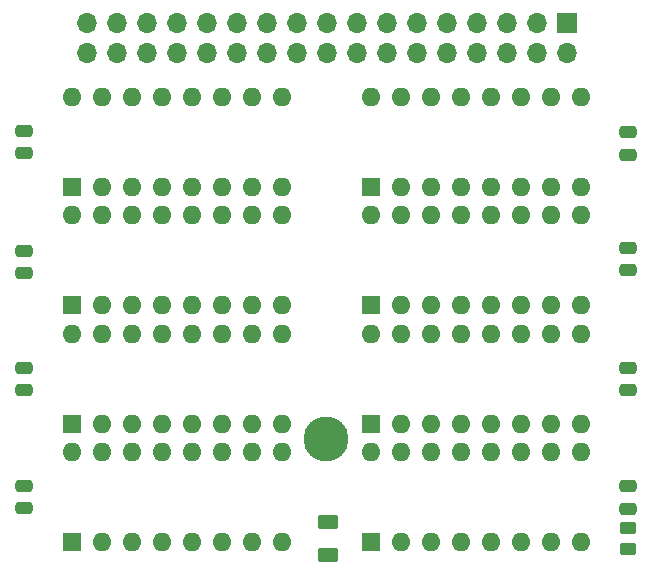
<source format=gbr>
%TF.GenerationSoftware,KiCad,Pcbnew,(6.0.7)*%
%TF.CreationDate,2023-01-24T22:55:54+00:00*%
%TF.ProjectId,CPC464-2MINICAS1,43504334-3634-42d3-924d-494e49434153,rev?*%
%TF.SameCoordinates,Original*%
%TF.FileFunction,Soldermask,Top*%
%TF.FilePolarity,Negative*%
%FSLAX46Y46*%
G04 Gerber Fmt 4.6, Leading zero omitted, Abs format (unit mm)*
G04 Created by KiCad (PCBNEW (6.0.7)) date 2023-01-24 22:55:54*
%MOMM*%
%LPD*%
G01*
G04 APERTURE LIST*
G04 Aperture macros list*
%AMRoundRect*
0 Rectangle with rounded corners*
0 $1 Rounding radius*
0 $2 $3 $4 $5 $6 $7 $8 $9 X,Y pos of 4 corners*
0 Add a 4 corners polygon primitive as box body*
4,1,4,$2,$3,$4,$5,$6,$7,$8,$9,$2,$3,0*
0 Add four circle primitives for the rounded corners*
1,1,$1+$1,$2,$3*
1,1,$1+$1,$4,$5*
1,1,$1+$1,$6,$7*
1,1,$1+$1,$8,$9*
0 Add four rect primitives between the rounded corners*
20,1,$1+$1,$2,$3,$4,$5,0*
20,1,$1+$1,$4,$5,$6,$7,0*
20,1,$1+$1,$6,$7,$8,$9,0*
20,1,$1+$1,$8,$9,$2,$3,0*%
G04 Aperture macros list end*
%ADD10RoundRect,0.250000X0.475000X-0.250000X0.475000X0.250000X-0.475000X0.250000X-0.475000X-0.250000X0*%
%ADD11R,1.600000X1.600000*%
%ADD12O,1.600000X1.600000*%
%ADD13C,3.800000*%
%ADD14R,1.700000X1.700000*%
%ADD15O,1.700000X1.700000*%
%ADD16RoundRect,0.250000X-0.450000X0.262500X-0.450000X-0.262500X0.450000X-0.262500X0.450000X0.262500X0*%
%ADD17RoundRect,0.250000X-0.625000X0.375000X-0.625000X-0.375000X0.625000X-0.375000X0.625000X0.375000X0*%
G04 APERTURE END LIST*
D10*
%TO.C,C708*%
X85329000Y-84485200D03*
X85329000Y-82585200D03*
%TD*%
D11*
%TO.C,IC704*%
X38303200Y-87309800D03*
D12*
X40843200Y-87309800D03*
X43383200Y-87309800D03*
X45923200Y-87309800D03*
X48463200Y-87309800D03*
X51003200Y-87309800D03*
X53543200Y-87309800D03*
X56083200Y-87309800D03*
X56083200Y-79689800D03*
X53543200Y-79689800D03*
X51003200Y-79689800D03*
X48463200Y-79689800D03*
X45923200Y-79689800D03*
X43383200Y-79689800D03*
X40843200Y-79689800D03*
X38303200Y-79689800D03*
%TD*%
D13*
%TO.C,H8*%
X59827400Y-78556800D03*
%TD*%
D11*
%TO.C,IC707*%
X63627000Y-77302200D03*
D12*
X66167000Y-77302200D03*
X68707000Y-77302200D03*
X71247000Y-77302200D03*
X73787000Y-77302200D03*
X76327000Y-77302200D03*
X78867000Y-77302200D03*
X81407000Y-77302200D03*
X81407000Y-69682200D03*
X78867000Y-69682200D03*
X76327000Y-69682200D03*
X73787000Y-69682200D03*
X71247000Y-69682200D03*
X68707000Y-69682200D03*
X66167000Y-69682200D03*
X63627000Y-69682200D03*
%TD*%
D14*
%TO.C,J1200*%
X80217200Y-43398400D03*
D15*
X80217200Y-45938400D03*
X77677200Y-43398400D03*
X77677200Y-45938400D03*
X75137200Y-43398400D03*
X75137200Y-45938400D03*
X72597200Y-43398400D03*
X72597200Y-45938400D03*
X70057200Y-43398400D03*
X70057200Y-45938400D03*
X67517200Y-43398400D03*
X67517200Y-45938400D03*
X64977200Y-43398400D03*
X64977200Y-45938400D03*
X62437200Y-43398400D03*
X62437200Y-45938400D03*
X59897200Y-43398400D03*
X59897200Y-45938400D03*
X57357200Y-43398400D03*
X57357200Y-45938400D03*
X54817200Y-43398400D03*
X54817200Y-45938400D03*
X52277200Y-43398400D03*
X52277200Y-45938400D03*
X49737200Y-43398400D03*
X49737200Y-45938400D03*
X47197200Y-43398400D03*
X47197200Y-45938400D03*
X44657200Y-43398400D03*
X44657200Y-45938400D03*
X42117200Y-43398400D03*
X42117200Y-45938400D03*
X39577200Y-43398400D03*
X39577200Y-45938400D03*
%TD*%
D10*
%TO.C,C703*%
X34239200Y-74436800D03*
X34239200Y-72536800D03*
%TD*%
%TO.C,C705*%
X85329000Y-54513200D03*
X85329000Y-52613200D03*
%TD*%
D11*
%TO.C,IC705*%
X63627000Y-57236200D03*
D12*
X66167000Y-57236200D03*
X68707000Y-57236200D03*
X71247000Y-57236200D03*
X73787000Y-57236200D03*
X76327000Y-57236200D03*
X78867000Y-57236200D03*
X81407000Y-57236200D03*
X81407000Y-49616200D03*
X78867000Y-49616200D03*
X76327000Y-49616200D03*
X73787000Y-49616200D03*
X71247000Y-49616200D03*
X68707000Y-49616200D03*
X66167000Y-49616200D03*
X63627000Y-49616200D03*
%TD*%
D10*
%TO.C,C707*%
X85329000Y-74452200D03*
X85329000Y-72552200D03*
%TD*%
D11*
%TO.C,IC701*%
X38303200Y-57220800D03*
D12*
X40843200Y-57220800D03*
X43383200Y-57220800D03*
X45923200Y-57220800D03*
X48463200Y-57220800D03*
X51003200Y-57220800D03*
X53543200Y-57220800D03*
X56083200Y-57220800D03*
X56083200Y-49600800D03*
X53543200Y-49600800D03*
X51003200Y-49600800D03*
X48463200Y-49600800D03*
X45923200Y-49600800D03*
X43383200Y-49600800D03*
X40843200Y-49600800D03*
X38303200Y-49600800D03*
%TD*%
D11*
%TO.C,IC708*%
X63627000Y-87325200D03*
D12*
X66167000Y-87325200D03*
X68707000Y-87325200D03*
X71247000Y-87325200D03*
X73787000Y-87325200D03*
X76327000Y-87325200D03*
X78867000Y-87325200D03*
X81407000Y-87325200D03*
X81407000Y-79705200D03*
X78867000Y-79705200D03*
X76327000Y-79705200D03*
X73787000Y-79705200D03*
X71247000Y-79705200D03*
X68707000Y-79705200D03*
X66167000Y-79705200D03*
X63627000Y-79705200D03*
%TD*%
D10*
%TO.C,C706*%
X85329000Y-64292200D03*
X85329000Y-62392200D03*
%TD*%
D16*
%TO.C,R1220*%
X85344000Y-86087500D03*
X85344000Y-87912500D03*
%TD*%
D11*
%TO.C,IC706*%
X63627000Y-67259200D03*
D12*
X66167000Y-67259200D03*
X68707000Y-67259200D03*
X71247000Y-67259200D03*
X73787000Y-67259200D03*
X76327000Y-67259200D03*
X78867000Y-67259200D03*
X81407000Y-67259200D03*
X81407000Y-59639200D03*
X78867000Y-59639200D03*
X76327000Y-59639200D03*
X73787000Y-59639200D03*
X71247000Y-59639200D03*
X68707000Y-59639200D03*
X66167000Y-59639200D03*
X63627000Y-59639200D03*
%TD*%
D10*
%TO.C,C701*%
X34239200Y-54370800D03*
X34239200Y-52470800D03*
%TD*%
%TO.C,C702*%
X34239200Y-64530800D03*
X34239200Y-62630800D03*
%TD*%
D11*
%TO.C,IC702*%
X38303200Y-67243800D03*
D12*
X40843200Y-67243800D03*
X43383200Y-67243800D03*
X45923200Y-67243800D03*
X48463200Y-67243800D03*
X51003200Y-67243800D03*
X53543200Y-67243800D03*
X56083200Y-67243800D03*
X56083200Y-59623800D03*
X53543200Y-59623800D03*
X51003200Y-59623800D03*
X48463200Y-59623800D03*
X45923200Y-59623800D03*
X43383200Y-59623800D03*
X40843200Y-59623800D03*
X38303200Y-59623800D03*
%TD*%
D17*
%TO.C,D1220*%
X60000000Y-85600000D03*
X60000000Y-88400000D03*
%TD*%
D10*
%TO.C,C704*%
X34239200Y-84469800D03*
X34239200Y-82569800D03*
%TD*%
D11*
%TO.C,IC703*%
X38303200Y-77286800D03*
D12*
X40843200Y-77286800D03*
X43383200Y-77286800D03*
X45923200Y-77286800D03*
X48463200Y-77286800D03*
X51003200Y-77286800D03*
X53543200Y-77286800D03*
X56083200Y-77286800D03*
X56083200Y-69666800D03*
X53543200Y-69666800D03*
X51003200Y-69666800D03*
X48463200Y-69666800D03*
X45923200Y-69666800D03*
X43383200Y-69666800D03*
X40843200Y-69666800D03*
X38303200Y-69666800D03*
%TD*%
M02*

</source>
